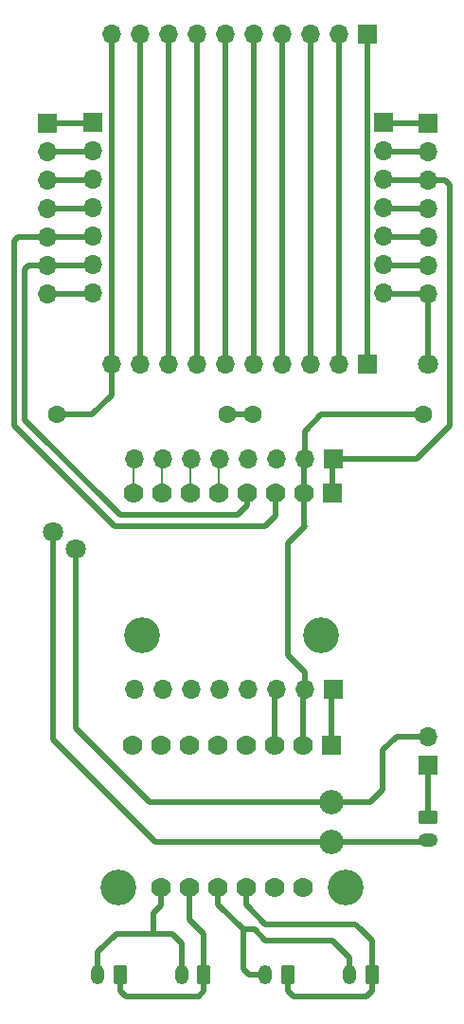
<source format=gbr>
%TF.GenerationSoftware,KiCad,Pcbnew,9.0.3*%
%TF.CreationDate,2025-08-30T15:24:08+02:00*%
%TF.ProjectId,rl_car,726c5f63-6172-42e6-9b69-6361645f7063,rev?*%
%TF.SameCoordinates,Original*%
%TF.FileFunction,Copper,L1,Top*%
%TF.FilePolarity,Positive*%
%FSLAX46Y46*%
G04 Gerber Fmt 4.6, Leading zero omitted, Abs format (unit mm)*
G04 Created by KiCad (PCBNEW 9.0.3) date 2025-08-30 15:24:08*
%MOMM*%
%LPD*%
G01*
G04 APERTURE LIST*
G04 Aperture macros list*
%AMRoundRect*
0 Rectangle with rounded corners*
0 $1 Rounding radius*
0 $2 $3 $4 $5 $6 $7 $8 $9 X,Y pos of 4 corners*
0 Add a 4 corners polygon primitive as box body*
4,1,4,$2,$3,$4,$5,$6,$7,$8,$9,$2,$3,0*
0 Add four circle primitives for the rounded corners*
1,1,$1+$1,$2,$3*
1,1,$1+$1,$4,$5*
1,1,$1+$1,$6,$7*
1,1,$1+$1,$8,$9*
0 Add four rect primitives between the rounded corners*
20,1,$1+$1,$2,$3,$4,$5,0*
20,1,$1+$1,$4,$5,$6,$7,0*
20,1,$1+$1,$6,$7,$8,$9,0*
20,1,$1+$1,$8,$9,$2,$3,0*%
G04 Aperture macros list end*
%TA.AperFunction,ComponentPad*%
%ADD10R,1.700000X1.700000*%
%TD*%
%TA.AperFunction,ComponentPad*%
%ADD11O,1.700000X1.700000*%
%TD*%
%TA.AperFunction,ComponentPad*%
%ADD12RoundRect,0.250000X0.350000X0.625000X-0.350000X0.625000X-0.350000X-0.625000X0.350000X-0.625000X0*%
%TD*%
%TA.AperFunction,ComponentPad*%
%ADD13O,1.200000X1.750000*%
%TD*%
%TA.AperFunction,ComponentPad*%
%ADD14RoundRect,0.250000X-0.625000X0.350000X-0.625000X-0.350000X0.625000X-0.350000X0.625000X0.350000X0*%
%TD*%
%TA.AperFunction,ComponentPad*%
%ADD15O,1.750000X1.200000*%
%TD*%
%TA.AperFunction,ComponentPad*%
%ADD16R,1.778000X1.778000*%
%TD*%
%TA.AperFunction,ComponentPad*%
%ADD17C,1.778000*%
%TD*%
%TA.AperFunction,ComponentPad*%
%ADD18C,2.184400*%
%TD*%
%TA.AperFunction,ComponentPad*%
%ADD19C,3.200000*%
%TD*%
%TA.AperFunction,ComponentPad*%
%ADD20C,1.600000*%
%TD*%
%TA.AperFunction,ViaPad*%
%ADD21C,1.800000*%
%TD*%
%TA.AperFunction,Conductor*%
%ADD22C,0.200000*%
%TD*%
%TA.AperFunction,Conductor*%
%ADD23C,0.500000*%
%TD*%
G04 APERTURE END LIST*
D10*
%TO.P,X6,1*%
%TO.N,Net-(BT1-+)*%
X132000000Y-113275000D03*
D11*
%TO.P,X6,2*%
%TO.N,VBAT+*%
X132000000Y-110735000D03*
%TD*%
D12*
%TO.P,M3,1,+*%
%TO.N,Net-(M3-+)*%
X104500000Y-132000000D03*
D13*
%TO.P,M3,2,-*%
%TO.N,Net-(M3--)*%
X102500000Y-132000000D03*
%TD*%
D10*
%TO.P,X5,1*%
%TO.N,Net-(U2-VM)*%
X123540000Y-106500000D03*
D11*
%TO.P,X5,2*%
%TO.N,GND*%
X121000000Y-106500000D03*
%TO.P,X5,3*%
%TO.N,Net-(U2-FLT)*%
X118460000Y-106500000D03*
%TO.P,X5,4*%
%TO.N,unconnected-(X5-Pad4)*%
X115920000Y-106500000D03*
%TO.P,X5,5*%
%TO.N,unconnected-(X5-Pad5)*%
X113380000Y-106500000D03*
%TO.P,X5,6*%
%TO.N,unconnected-(X5-Pad6)*%
X110840000Y-106500000D03*
%TO.P,X5,7*%
%TO.N,unconnected-(X5-Pad7)*%
X108300000Y-106500000D03*
%TO.P,X5,8*%
%TO.N,unconnected-(X5-Pad8)*%
X105760000Y-106500000D03*
%TD*%
D12*
%TO.P,M2,1,+*%
%TO.N,Net-(M1-+)*%
X127000000Y-132000000D03*
D13*
%TO.P,M2,2,-*%
%TO.N,Net-(M1--)*%
X125000000Y-132000000D03*
%TD*%
D14*
%TO.P,BT1,1,+*%
%TO.N,Net-(BT1-+)*%
X132050000Y-118000000D03*
D15*
%TO.P,BT1,2,-*%
%TO.N,VBAT-*%
X132050000Y-120000000D03*
%TD*%
D16*
%TO.P,U2,1,VM*%
%TO.N,Net-(U2-VM)*%
X123390000Y-111500000D03*
D17*
%TO.P,U2,2,GND*%
%TO.N,GND*%
X120850000Y-111500000D03*
%TO.P,U2,3,FLT*%
%TO.N,Net-(U2-FLT)*%
X118310000Y-111500000D03*
%TO.P,U2,4,BIN1*%
%TO.N,MOT_B_DIR*%
X115770000Y-111500000D03*
%TO.P,U2,5,BIN2*%
%TO.N,MOT_B_DIR_PWM*%
X113230000Y-111500000D03*
%TO.P,U2,6,SLP*%
%TO.N,MOT_SLP*%
X110690000Y-111500000D03*
%TO.P,U2,7,AIN2*%
%TO.N,MOT_A_DIR_PWM*%
X108150000Y-111500000D03*
%TO.P,U2,8,AIN1*%
%TO.N,MOT_A_DIR*%
X105610000Y-111500000D03*
%TO.P,U2,9,AS*%
%TO.N,unconnected-(U2-AS-Pad9)*%
X120850000Y-124200000D03*
%TO.P,U2,10,BS*%
%TO.N,unconnected-(U2-BS-Pad10)*%
X118310000Y-124200000D03*
%TO.P,U2,11,B1*%
%TO.N,Net-(M1-+)*%
X115770000Y-124200000D03*
%TO.P,U2,12,B2*%
%TO.N,Net-(M1--)*%
X113230000Y-124200000D03*
%TO.P,U2,13,A2*%
%TO.N,Net-(M3-+)*%
X110690000Y-124200000D03*
%TO.P,U2,14,A1*%
%TO.N,Net-(M3--)*%
X108150000Y-124200000D03*
D18*
%TO.P,U2,15,VM+*%
%TO.N,VBAT+*%
X123390000Y-116658000D03*
%TO.P,U2,16,VM-*%
%TO.N,VBAT-*%
X123390000Y-120158000D03*
D19*
%TO.P,U2,S1*%
%TO.N,N/C*%
X124660000Y-124200000D03*
%TO.P,U2,S2*%
X104340000Y-124200000D03*
%TD*%
D16*
%TO.P,U3,1,VCC*%
%TO.N,3V3*%
X123500000Y-89000000D03*
D17*
%TO.P,U3,2,GND*%
%TO.N,GND*%
X120960000Y-89000000D03*
%TO.P,U3,3,SCL*%
%TO.N,ACC_SDA*%
X118420000Y-89000000D03*
%TO.P,U3,4,SDA*%
%TO.N,ACC_SCL*%
X115880000Y-89000000D03*
%TO.P,U3,5,XDA*%
%TO.N,Net-(U3-XDA)*%
X113340000Y-89000000D03*
%TO.P,U3,6,XCL*%
%TO.N,Net-(U3-XCL)*%
X110800000Y-89000000D03*
%TO.P,U3,7,AD0*%
%TO.N,Net-(U3-AD0)*%
X108260000Y-89000000D03*
%TO.P,U3,8,INT*%
%TO.N,Net-(U3-INT)*%
X105720000Y-89000000D03*
D19*
%TO.P,U3,S1*%
%TO.N,N/C*%
X122500000Y-101750000D03*
X106500000Y-101750000D03*
%TD*%
D12*
%TO.P,M1,1,+*%
%TO.N,Net-(M1-+)*%
X119500000Y-132000000D03*
D13*
%TO.P,M1,2,-*%
%TO.N,Net-(M1--)*%
X117500000Y-132000000D03*
%TD*%
D12*
%TO.P,M4,1,+*%
%TO.N,Net-(M3-+)*%
X112000000Y-132000000D03*
D13*
%TO.P,M4,2,-*%
%TO.N,Net-(M3--)*%
X110000000Y-132000000D03*
%TD*%
D20*
%TO.P,R1,1*%
%TO.N,VBAT+*%
X98880000Y-82000000D03*
%TO.P,R1,2*%
%TO.N,BAT_SENSE*%
X114120000Y-82000000D03*
%TD*%
D10*
%TO.P,X1,1*%
%TO.N,MOT_B_DIR*%
X98000000Y-56000000D03*
D11*
%TO.P,X1,2*%
%TO.N,MOT_B_DIR_PWM*%
X98000000Y-58540000D03*
%TO.P,X1,3*%
%TO.N,MOT_A_DIR*%
X98000000Y-61080000D03*
%TO.P,X1,4*%
%TO.N,MOT_A_DIR_PWM*%
X98000000Y-63620000D03*
%TO.P,X1,5*%
%TO.N,ACC_SDA*%
X98000000Y-66160000D03*
%TO.P,X1,6*%
%TO.N,ACC_SCL*%
X98000000Y-68700000D03*
%TO.P,X1,7*%
%TO.N,Net-(U1-GPIO43_TX_D6)*%
X98000000Y-71240000D03*
%TD*%
D20*
%TO.P,R2,1*%
%TO.N,BAT_SENSE*%
X116380000Y-82000000D03*
%TO.P,R2,2*%
%TO.N,GND*%
X131620000Y-82000000D03*
%TD*%
D10*
%TO.P,U1,1,TCH1_GPIO1_A0_D0*%
%TO.N,MOT_B_DIR*%
X102061364Y-55913000D03*
D11*
%TO.P,U1,2,TCH2_GPIO2_A1_D1*%
%TO.N,MOT_B_DIR_PWM*%
X102061364Y-58453000D03*
%TO.P,U1,3,TCH3_GPIO3_A2_D2*%
%TO.N,MOT_A_DIR*%
X102061364Y-60993000D03*
%TO.P,U1,4,TCH4_GPIO4_A3_D3*%
%TO.N,MOT_A_DIR_PWM*%
X102061364Y-63533000D03*
%TO.P,U1,5,TCH5_GPIO5_A4_D4_SDA*%
%TO.N,ACC_SDA*%
X102061364Y-66073000D03*
%TO.P,U1,6,TCH6_GPIO6_A5_D5_SCL*%
%TO.N,ACC_SCL*%
X102061364Y-68613000D03*
%TO.P,U1,7,GPIO43_TX_D6*%
%TO.N,Net-(U1-GPIO43_TX_D6)*%
X102061364Y-71153000D03*
%TO.P,U1,8,GPIO44_D7_RX*%
%TO.N,MOT_SLP*%
X128061364Y-71153000D03*
%TO.P,U1,9,TCH7_GPIO7_A8_D8_SCK*%
%TO.N,BAT_SENSE*%
X128061364Y-68613000D03*
%TO.P,U1,10,TCH8_GPIO8_A9_D9_MISO*%
%TO.N,Net-(U1-TCH8_GPIO8_A9_D9_MISO)*%
X128061364Y-66073000D03*
%TO.P,U1,11,TCH9_GPIO9_A10_D10_MOSI*%
%TO.N,Net-(U1-TCH9_GPIO9_A10_D10_MOSI)*%
X128061364Y-63533000D03*
%TO.P,U1,12,3V3*%
%TO.N,3V3*%
X128061364Y-60993000D03*
%TO.P,U1,13,GND*%
%TO.N,GND*%
X128061364Y-58453000D03*
D10*
%TO.P,U1,14,5V*%
%TO.N,Net-(U1-5V)*%
X128061364Y-55913000D03*
D11*
%TO.P,U1,15,BAT+*%
%TO.N,VBAT+*%
X103741364Y-77493000D03*
%TO.P,U1,16,BAT-*%
%TO.N,VBAT-*%
X106281364Y-77493000D03*
D10*
%TO.P,U1,17,MTDI*%
%TO.N,Net-(U1-MTDI)*%
X126601364Y-77493000D03*
D11*
%TO.P,U1,18,MTDO*%
%TO.N,Net-(U1-MTDO)*%
X124061364Y-77493000D03*
%TO.P,U1,19,EN*%
%TO.N,Net-(U1-EN)*%
X118981364Y-77493000D03*
%TO.P,U1,20,GND*%
%TO.N,Net-(U1-GND-Pad20)*%
X121521364Y-77493000D03*
%TO.P,U1,21,MTMS*%
%TO.N,Net-(U1-MTMS)*%
X113901364Y-77493000D03*
%TO.P,U1,22,MTCK*%
%TO.N,Net-(U1-MTCK)*%
X116441364Y-77493000D03*
%TO.P,U1,23,D-*%
%TO.N,Net-(U1-D-)*%
X108821364Y-77493000D03*
%TO.P,U1,24,D+*%
%TO.N,Net-(U1-D+)*%
X111361364Y-77493000D03*
%TD*%
D10*
%TO.P,X3,1*%
%TO.N,Net-(U1-MTDI)*%
X126580000Y-48000000D03*
D11*
%TO.P,X3,2*%
%TO.N,Net-(U1-MTDO)*%
X124040000Y-48000000D03*
%TO.P,X3,3*%
%TO.N,Net-(U1-GND-Pad20)*%
X121500000Y-48000000D03*
%TO.P,X3,4*%
%TO.N,Net-(U1-EN)*%
X118960000Y-48000000D03*
%TO.P,X3,5*%
%TO.N,Net-(U1-MTCK)*%
X116420000Y-48000000D03*
%TO.P,X3,6*%
%TO.N,Net-(U1-MTMS)*%
X113880000Y-48000000D03*
%TO.P,X3,7*%
%TO.N,Net-(U1-D+)*%
X111340000Y-48000000D03*
%TO.P,X3,8*%
%TO.N,Net-(U1-D-)*%
X108800000Y-48000000D03*
%TO.P,X3,9*%
%TO.N,VBAT-*%
X106260000Y-48000000D03*
%TO.P,X3,10*%
%TO.N,VBAT+*%
X103720000Y-48000000D03*
%TD*%
D10*
%TO.P,X2,1*%
%TO.N,Net-(U1-5V)*%
X132000000Y-56000000D03*
D11*
%TO.P,X2,2*%
%TO.N,GND*%
X132000000Y-58540000D03*
%TO.P,X2,3*%
%TO.N,3V3*%
X132000000Y-61080000D03*
%TO.P,X2,4*%
%TO.N,Net-(U1-TCH9_GPIO9_A10_D10_MOSI)*%
X132000000Y-63620000D03*
%TO.P,X2,5*%
%TO.N,Net-(U1-TCH8_GPIO8_A9_D9_MISO)*%
X132000000Y-66160000D03*
%TO.P,X2,6*%
%TO.N,BAT_SENSE*%
X132000000Y-68700000D03*
%TO.P,X2,7*%
%TO.N,MOT_SLP*%
X132000000Y-71240000D03*
%TD*%
D10*
%TO.P,X4,1*%
%TO.N,3V3*%
X123540000Y-86000000D03*
D11*
%TO.P,X4,2*%
%TO.N,GND*%
X121000000Y-86000000D03*
%TO.P,X4,3*%
%TO.N,unconnected-(X4-Pad3)*%
X118460000Y-86000000D03*
%TO.P,X4,4*%
%TO.N,unconnected-(X4-Pad4)*%
X115920000Y-86000000D03*
%TO.P,X4,5*%
%TO.N,Net-(U3-XDA)*%
X113380000Y-86000000D03*
%TO.P,X4,6*%
%TO.N,Net-(U3-XCL)*%
X110840000Y-86000000D03*
%TO.P,X4,7*%
%TO.N,Net-(U3-AD0)*%
X108300000Y-86000000D03*
%TO.P,X4,8*%
%TO.N,Net-(U3-INT)*%
X105760000Y-86000000D03*
%TD*%
D21*
%TO.N,VBAT-*%
X98500000Y-92500000D03*
%TO.N,VBAT+*%
X100500000Y-94000000D03*
%TO.N,MOT_SLP*%
X132000000Y-77500000D03*
%TD*%
D22*
%TO.N,Net-(BT1-+)*%
X132050000Y-113325000D02*
X132000000Y-113275000D01*
D23*
X132050000Y-118000000D02*
X132050000Y-113325000D01*
%TO.N,VBAT-*%
X98500000Y-111000000D02*
X107658000Y-120158000D01*
X107658000Y-120158000D02*
X123390000Y-120158000D01*
X106281364Y-48021364D02*
X106260000Y-48000000D01*
X131892000Y-120158000D02*
X132050000Y-120000000D01*
X98500000Y-92500000D02*
X98500000Y-111000000D01*
X106281364Y-77493000D02*
X106281364Y-48021364D01*
X123390000Y-120158000D02*
X131892000Y-120158000D01*
%TO.N,Net-(M1--)*%
X113230000Y-124200000D02*
X113230000Y-125730000D01*
X116500000Y-128000000D02*
X117500000Y-129000000D01*
X117500000Y-129000000D02*
X123500000Y-129000000D01*
X125000000Y-130500000D02*
X125000000Y-132000000D01*
X113230000Y-125730000D02*
X115500000Y-128000000D01*
X115500000Y-128000000D02*
X116500000Y-128000000D01*
X117500000Y-132000000D02*
X116000000Y-132000000D01*
X123500000Y-129000000D02*
X125000000Y-130500000D01*
X116000000Y-132000000D02*
X115500000Y-131500000D01*
X115500000Y-131500000D02*
X115500000Y-128000000D01*
%TO.N,Net-(M1-+)*%
X119500000Y-132000000D02*
X119500000Y-133500000D01*
X120000000Y-134000000D02*
X126500000Y-134000000D01*
X119500000Y-133500000D02*
X120000000Y-134000000D01*
X125500000Y-127500000D02*
X126000000Y-128000000D01*
X126500000Y-134000000D02*
X127000000Y-133500000D01*
X127000000Y-133500000D02*
X127000000Y-132000000D01*
X115770000Y-124200000D02*
X115770000Y-125770000D01*
X127000000Y-129000000D02*
X126000000Y-128000000D01*
X117500000Y-127500000D02*
X125500000Y-127500000D01*
X127000000Y-132000000D02*
X127000000Y-129000000D01*
X115770000Y-125770000D02*
X117500000Y-127500000D01*
%TO.N,Net-(M3-+)*%
X104500000Y-133500000D02*
X105000000Y-134000000D01*
X111500000Y-134000000D02*
X112000000Y-133500000D01*
X112000000Y-128400000D02*
X112000000Y-128500000D01*
X112000000Y-133500000D02*
X112000000Y-132000000D01*
X110690000Y-127090000D02*
X112000000Y-128400000D01*
X112000000Y-132000000D02*
X112000000Y-128500000D01*
X105000000Y-134000000D02*
X111500000Y-134000000D01*
X110690000Y-124200000D02*
X110690000Y-127090000D01*
X104500000Y-132000000D02*
X104500000Y-133500000D01*
%TO.N,Net-(M3--)*%
X110000000Y-129200000D02*
X109150000Y-128350000D01*
X102500000Y-130000000D02*
X104150000Y-128350000D01*
X107500000Y-128350000D02*
X107500000Y-126500000D01*
X104150000Y-128350000D02*
X107500000Y-128350000D01*
X107500000Y-126500000D02*
X108150000Y-125850000D01*
X107500000Y-128350000D02*
X109150000Y-128350000D01*
X110000000Y-132000000D02*
X110000000Y-129200000D01*
X108150000Y-125850000D02*
X108150000Y-124200000D01*
X102500000Y-132000000D02*
X102500000Y-130000000D01*
%TO.N,BAT_SENSE*%
X132000000Y-68700000D02*
X128148364Y-68700000D01*
X128148364Y-68700000D02*
X128061364Y-68613000D01*
X114120000Y-82000000D02*
X116380000Y-82000000D01*
%TO.N,VBAT+*%
X132000000Y-110735000D02*
X129265000Y-110735000D01*
X98880000Y-82000000D02*
X102000000Y-82000000D01*
X103741364Y-80258636D02*
X103741364Y-77493000D01*
X103741364Y-48021364D02*
X103720000Y-48000000D01*
X129265000Y-110735000D02*
X128000000Y-112000000D01*
X103741364Y-77493000D02*
X103741364Y-48021364D01*
X102000000Y-82000000D02*
X103741364Y-80258636D01*
X100500000Y-110000000D02*
X107158000Y-116658000D01*
X100500000Y-94000000D02*
X100500000Y-110000000D01*
X126842000Y-116658000D02*
X123390000Y-116658000D01*
X128000000Y-115500000D02*
X126842000Y-116658000D01*
X128000000Y-112000000D02*
X128000000Y-115500000D01*
X107158000Y-116658000D02*
X123390000Y-116658000D01*
%TO.N,GND*%
X121000000Y-83500000D02*
X122500000Y-82000000D01*
X121000000Y-105000000D02*
X119500000Y-103500000D01*
X122500000Y-82000000D02*
X131620000Y-82000000D01*
X120850000Y-111500000D02*
X120850000Y-106650000D01*
X121000000Y-106500000D02*
X121000000Y-105000000D01*
X120960000Y-91960000D02*
X120960000Y-89000000D01*
X120960000Y-89000000D02*
X120960000Y-86040000D01*
X121000000Y-86000000D02*
X121000000Y-83500000D01*
X120960000Y-86040000D02*
X121000000Y-86000000D01*
X119500000Y-103500000D02*
X119500000Y-93500000D01*
X128148364Y-58540000D02*
X128061364Y-58453000D01*
X121000000Y-92000000D02*
X120960000Y-91960000D01*
X120850000Y-106650000D02*
X121000000Y-106500000D01*
X119500000Y-93500000D02*
X121000000Y-92000000D01*
X132000000Y-58540000D02*
X128148364Y-58540000D01*
%TO.N,Net-(U1-5V)*%
X128148364Y-56000000D02*
X128061364Y-55913000D01*
X132000000Y-56000000D02*
X128148364Y-56000000D01*
%TO.N,3V3*%
X128148364Y-61080000D02*
X128061364Y-60993000D01*
X134000000Y-83000000D02*
X134000000Y-61500000D01*
X123500000Y-86040000D02*
X123540000Y-86000000D01*
X133580000Y-61080000D02*
X132000000Y-61080000D01*
X132000000Y-61080000D02*
X128148364Y-61080000D01*
X123500000Y-89000000D02*
X123500000Y-86040000D01*
X131000000Y-86000000D02*
X134000000Y-83000000D01*
X134000000Y-61500000D02*
X133580000Y-61080000D01*
X123540000Y-86000000D02*
X131000000Y-86000000D01*
%TO.N,ACC_SDA*%
X95000000Y-83000000D02*
X95000000Y-66500000D01*
X95340000Y-66160000D02*
X98000000Y-66160000D01*
X117500000Y-92000000D02*
X104000000Y-92000000D01*
X118420000Y-91080000D02*
X117500000Y-92000000D01*
X98000000Y-66160000D02*
X101974364Y-66160000D01*
X104000000Y-92000000D02*
X95000000Y-83000000D01*
X118420000Y-89000000D02*
X118420000Y-91080000D01*
X95000000Y-66500000D02*
X95340000Y-66160000D01*
X101974364Y-66160000D02*
X102061364Y-66073000D01*
%TO.N,Net-(U1-MTCK)*%
X116441364Y-48021364D02*
X116420000Y-48000000D01*
X116441364Y-77493000D02*
X116441364Y-48021364D01*
%TO.N,Net-(U1-GND-Pad20)*%
X121521364Y-48021364D02*
X121500000Y-48000000D01*
X121521364Y-77493000D02*
X121521364Y-48021364D01*
%TO.N,Net-(U1-MTDO)*%
X124061364Y-48021364D02*
X124040000Y-48000000D01*
X124061364Y-77493000D02*
X124061364Y-48021364D01*
%TO.N,MOT_B_DIR*%
X101974364Y-56000000D02*
X102061364Y-55913000D01*
X98000000Y-56000000D02*
X101974364Y-56000000D01*
%TO.N,Net-(U1-D+)*%
X111361364Y-48021364D02*
X111340000Y-48000000D01*
X111361364Y-77493000D02*
X111361364Y-48021364D01*
%TO.N,Net-(U1-MTMS)*%
X113901364Y-77493000D02*
X113901364Y-48021364D01*
X113901364Y-48021364D02*
X113880000Y-48000000D01*
%TO.N,Net-(U1-D-)*%
X108821364Y-48021364D02*
X108800000Y-48000000D01*
X108821364Y-77493000D02*
X108821364Y-48021364D01*
%TO.N,MOT_A_DIR_PWM*%
X101974364Y-63620000D02*
X102061364Y-63533000D01*
X98000000Y-63620000D02*
X101974364Y-63620000D01*
%TO.N,Net-(U1-GPIO43_TX_D6)*%
X101974364Y-71240000D02*
X102061364Y-71153000D01*
X98000000Y-71240000D02*
X101974364Y-71240000D01*
%TO.N,MOT_B_DIR_PWM*%
X101974364Y-58540000D02*
X102061364Y-58453000D01*
X98000000Y-58540000D02*
X101974364Y-58540000D01*
%TO.N,Net-(U1-TCH8_GPIO8_A9_D9_MISO)*%
X128148364Y-66160000D02*
X128061364Y-66073000D01*
X132000000Y-66160000D02*
X128148364Y-66160000D01*
%TO.N,ACC_SCL*%
X104500000Y-91000000D02*
X115000000Y-91000000D01*
X98000000Y-68700000D02*
X96300000Y-68700000D01*
X101974364Y-68700000D02*
X102061364Y-68613000D01*
X96000000Y-69000000D02*
X96000000Y-82500000D01*
X96300000Y-68700000D02*
X96000000Y-69000000D01*
X96000000Y-82500000D02*
X104500000Y-91000000D01*
X98000000Y-68700000D02*
X101974364Y-68700000D01*
X115000000Y-91000000D02*
X115880000Y-90120000D01*
X115880000Y-90120000D02*
X115880000Y-89000000D01*
%TO.N,MOT_SLP*%
X128148364Y-71240000D02*
X128061364Y-71153000D01*
X132000000Y-71240000D02*
X128148364Y-71240000D01*
X132000000Y-71240000D02*
X132000000Y-77500000D01*
%TO.N,Net-(U1-EN)*%
X118960000Y-77471636D02*
X118981364Y-77493000D01*
X118960000Y-48000000D02*
X118960000Y-77471636D01*
%TO.N,Net-(U1-TCH9_GPIO9_A10_D10_MOSI)*%
X128148364Y-63620000D02*
X128061364Y-63533000D01*
X132000000Y-63620000D02*
X128148364Y-63620000D01*
%TO.N,MOT_A_DIR*%
X101974364Y-61080000D02*
X102061364Y-60993000D01*
X98000000Y-61080000D02*
X101974364Y-61080000D01*
%TO.N,Net-(U1-MTDI)*%
X126580000Y-77471636D02*
X126580000Y-48000000D01*
X126601364Y-77493000D02*
X126580000Y-77471636D01*
%TO.N,Net-(U2-VM)*%
X123390000Y-106650000D02*
X123540000Y-106500000D01*
X123390000Y-111500000D02*
X123390000Y-106650000D01*
%TO.N,Net-(U2-FLT)*%
X118310000Y-111500000D02*
X118310000Y-106650000D01*
X118310000Y-106650000D02*
X118460000Y-106500000D01*
D22*
%TO.N,Net-(U3-INT)*%
X105720000Y-89000000D02*
X105720000Y-86040000D01*
X105720000Y-86040000D02*
X105760000Y-86000000D01*
%TO.N,Net-(U3-XCL)*%
X110800000Y-89000000D02*
X110800000Y-86040000D01*
X110800000Y-86040000D02*
X110840000Y-86000000D01*
%TO.N,Net-(U3-AD0)*%
X108260000Y-86040000D02*
X108300000Y-86000000D01*
X108260000Y-89000000D02*
X108260000Y-86040000D01*
%TO.N,Net-(U3-XDA)*%
X113340000Y-86040000D02*
X113380000Y-86000000D01*
X113340000Y-89000000D02*
X113340000Y-86040000D01*
%TD*%
M02*

</source>
